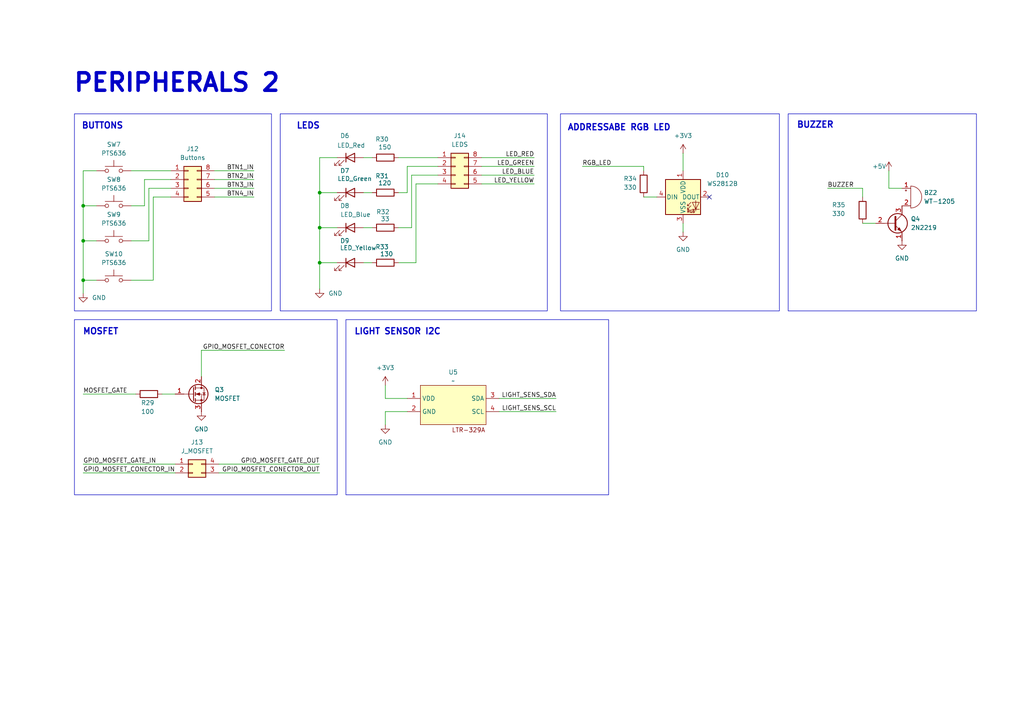
<source format=kicad_sch>
(kicad_sch (version 20250114) (generator "eeschema") (generator_version "9.0")
  (paper "A4")
  (title_block (title "EcoBoard") (company "EcoEnterprise"))
  (lib_symbols
    (symbol "Connector_Generic:Conn_02x02_Counter_Clockwise" (pin_names (offset 1.016) (hide yes))
      (property "Reference" "J" (at 1.27 2.54 0))
      (property "Value" "Conn_02x02_Counter_Clockwise" (at 1.27 -5.08 0))
      (symbol "Conn_02x02_Counter_Clockwise_1_1"
        (rectangle (start -1.27 1.27) (end 3.81 -3.81) (stroke (width 0.254)) (fill (type background)))
        (rectangle (start -1.27 0.127) (end 0 -0.127) (stroke (width 0.1524)))
        (rectangle (start -1.27 -2.413) (end 0 -2.667) (stroke (width 0.1524)))
        (rectangle (start 3.81 0.127) (end 2.54 -0.127) (stroke (width 0.1524)))
        (rectangle (start 3.81 -2.413) (end 2.54 -2.667) (stroke (width 0.1524)))
        (pin passive line (at -5.08 0 0) (length 3.81) (name "Pin_1") (number "1"))
        (pin passive line (at -5.08 -2.54 0) (length 3.81) (name "Pin_2") (number "2"))
        (pin passive line (at 7.62 0 180) (length 3.81) (name "Pin_4") (number "4"))
        (pin passive line (at 7.62 -2.54 180) (length 3.81) (name "Pin_3") (number "3"))
      )
    )
    (symbol "Connector_Generic:Conn_02x04_Counter_Clockwise" (pin_names (offset 1.016) (hide yes))
      (property "Reference" "J" (at 1.27 5.08 0))
      (property "Value" "Conn_02x04_Counter_Clockwise" (at 1.27 -7.62 0))
      (symbol "Conn_02x04_Counter_Clockwise_1_1"
        (rectangle (start -1.27 3.81) (end 3.81 -6.35) (stroke (width 0.254)) (fill (type background)))
        (rectangle (start -1.27 2.667) (end 0 2.413) (stroke (width 0.1524)))
        (rectangle (start -1.27 0.127) (end 0 -0.127) (stroke (width 0.1524)))
        (rectangle (start -1.27 -2.413) (end 0 -2.667) (stroke (width 0.1524)))
        (rectangle (start -1.27 -4.953) (end 0 -5.207) (stroke (width 0.1524)))
        (rectangle (start 3.81 2.667) (end 2.54 2.413) (stroke (width 0.1524)))
        (rectangle (start 3.81 0.127) (end 2.54 -0.127) (stroke (width 0.1524)))
        (rectangle (start 3.81 -2.413) (end 2.54 -2.667) (stroke (width 0.1524)))
        (rectangle (start 3.81 -4.953) (end 2.54 -5.207) (stroke (width 0.1524)))
        (pin passive line (at -5.08 2.54 0) (length 3.81) (name "Pin_1") (number "1"))
        (pin passive line (at -5.08 0 0) (length 3.81) (name "Pin_2") (number "2"))
        (pin passive line (at -5.08 -2.54 0) (length 3.81) (name "Pin_3") (number "3"))
        (pin passive line (at -5.08 -5.08 0) (length 3.81) (name "Pin_4") (number "4"))
        (pin passive line (at 7.62 2.54 180) (length 3.81) (name "Pin_8") (number "8"))
        (pin passive line (at 7.62 0 180) (length 3.81) (name "Pin_7") (number "7"))
        (pin passive line (at 7.62 -2.54 180) (length 3.81) (name "Pin_6") (number "6"))
        (pin passive line (at 7.62 -5.08 180) (length 3.81) (name "Pin_5") (number "5"))
      )
    )
    (symbol "Device:Buzzer" (pin_names (offset 0.0254) (hide yes))
      (property "Reference" "BZ" (at 3.81 1.27 0))
      (property "Value" "Buzzer" (at 3.81 -1.27 0))
      (symbol "Buzzer_0_1"
        (polyline (pts (xy -1.651 1.905) (xy -1.143 1.905)))
        (polyline (pts (xy -1.397 2.159) (xy -1.397 1.651)))
        (arc (start 0 3.175) (mid 3.1612 0) (end 0 -3.175))
        (polyline (pts (xy 0 3.175) (xy 0 -3.175)))
      )
      (symbol "Buzzer_1_1"
        (pin passive line (at -2.54 2.54 0) (length 2.54) (name "+") (number "1"))
        (pin passive line (at -2.54 -2.54 0) (length 2.54) (name "-") (number "2"))
      )
    )
    (symbol "Device:LED" (pin_numbers (hide yes)) (pin_names (offset 1.016) (hide yes))
      (property "Reference" "D" (at 0 2.54 0))
      (property "Value" "LED" (at 0 -2.54 0))
      (symbol "LED_0_1"
        (polyline (pts (xy -3.048 -0.762) (xy -4.572 -2.286) (xy -3.81 -2.286) (xy -4.572 -2.286) (xy -4.572 -1.524)))
        (polyline (pts (xy -1.778 -0.762) (xy -3.302 -2.286) (xy -2.54 -2.286) (xy -3.302 -2.286) (xy -3.302 -1.524)))
        (polyline (pts (xy -1.27 0) (xy 1.27 0)))
        (polyline (pts (xy -1.27 -1.27) (xy -1.27 1.27)) (stroke (width 0.254)))
        (polyline (pts (xy 1.27 -1.27) (xy 1.27 1.27) (xy -1.27 0) (xy 1.27 -1.27)) (stroke (width 0.254)))
      )
      (symbol "LED_1_1"
        (pin passive line (at -3.81 0 0) (length 2.54) (name "K") (number "1"))
        (pin passive line (at 3.81 0 180) (length 2.54) (name "A") (number "2"))
      )
    )
    (symbol "Device:R" (pin_numbers (hide yes)) (pin_names (offset 0))
      (property "Reference" "R" (at 2.032 0 90))
      (property "Value" "R" (at 0 0 90))
      (symbol "R_0_1"
        (rectangle (start -1.016 -2.54) (end 1.016 2.54) (stroke (width 0.254)))
      )
      (symbol "R_1_1"
        (pin passive line (at 0 3.81 270) (length 1.27) (name "~") (number "1"))
        (pin passive line (at 0 -3.81 90) (length 1.27) (name "~") (number "2"))
      )
    )
    (symbol "EcoDevkit:LTR-329ALS"
      (property "Reference" "U" (at -8.636 6.35 0))
      (symbol "LTR-329ALS_1_1"
        (rectangle (start -10.16 5.08) (end 8.89 -6.35) (fill (type background)))
        (text "LTR-329A" (at 3.81 -7.874 0) (effects (font (size 1.27 1.27))))
        (pin power_in line (at -13.97 1.27 0) (length 3.81) (name "VDD") (number "1"))
        (pin power_out line (at -13.97 -2.54 0) (length 3.81) (name "GND") (number "2"))
        (pin bidirectional line (at 12.7 1.27 180) (length 3.81) (name "SDA") (number "3"))
        (pin input line (at 12.7 -2.54 180) (length 3.81) (name "SCL") (number "4"))
      )
    )
    (symbol "LED:WS2812B" (pin_names (offset 0.254))
      (property "Reference" "D" (at 5.08 5.715 0))
      (property "Value" "WS2812B" (at 1.27 -5.715 0))
      (symbol "WS2812B_0_0"
        (text "RGB" (at 2.286 -4.191 0) (effects (font (size 0.762 0.762))))
      )
      (symbol "WS2812B_0_1"
        (polyline (pts (xy 1.27 -2.54) (xy 1.778 -2.54)))
        (polyline (pts (xy 1.27 -3.556) (xy 1.778 -3.556)))
        (polyline (pts (xy 2.286 -1.524) (xy 1.27 -2.54) (xy 1.27 -2.032)))
        (polyline (pts (xy 2.286 -2.54) (xy 1.27 -3.556) (xy 1.27 -3.048)))
        (polyline (pts (xy 3.683 -1.016) (xy 3.683 -3.556) (xy 3.683 -4.064)))
        (polyline (pts (xy 4.699 -1.524) (xy 2.667 -1.524) (xy 3.683 -3.556) (xy 4.699 -1.524)))
        (polyline (pts (xy 4.699 -3.556) (xy 2.667 -3.556)))
        (rectangle (start 5.08 5.08) (end -5.08 -5.08) (stroke (width 0.254)) (fill (type background)))
      )
      (symbol "WS2812B_1_1"
        (pin input line (at -7.62 0 0) (length 2.54) (name "DIN") (number "4"))
        (pin power_in line (at 0 7.62 270) (length 2.54) (name "VDD") (number "1"))
        (pin power_in line (at 0 -7.62 90) (length 2.54) (name "VSS") (number "3"))
        (pin output line (at 7.62 0 180) (length 2.54) (name "DOUT") (number "2"))
      )
    )
    (symbol "Switch:SW_Push" (pin_numbers (hide yes)) (pin_names (offset 1.016) (hide yes))
      (property "Reference" "SW" (at 1.27 2.54 0))
      (property "Value" "SW_Push" (at 0 -1.524 0))
      (symbol "SW_Push_0_1"
        (circle (center -2.032 0) (radius 0.508))
        (polyline (pts (xy 0 1.27) (xy 0 3.048)))
        (circle (center 2.032 0) (radius 0.508))
        (polyline (pts (xy 2.54 1.27) (xy -2.54 1.27)))
        (pin passive line (at -5.08 0 0) (length 2.54) (name "1") (number "1"))
        (pin passive line (at 5.08 0 180) (length 2.54) (name "2") (number "2"))
      )
    )
    (symbol "Transistor_BJT:2N2219" (pin_names (offset 0) (hide yes))
      (property "Reference" "Q" (at 5.08 1.905 0))
      (property "Value" "2N2219" (at 5.08 0 0))
      (symbol "2N2219_0_1"
        (polyline (pts (xy -2.54 0) (xy 0.635 0)))
        (polyline (pts (xy 0.635 1.905) (xy 0.635 -1.905)) (stroke (width 0.508)))
        (circle (center 1.27 0) (radius 2.8194) (stroke (width 0.254)))
      )
      (symbol "2N2219_1_1"
        (polyline (pts (xy 0.635 0.635) (xy 2.54 2.54)))
        (polyline (pts (xy 0.635 -0.635) (xy 2.54 -2.54)))
        (polyline (pts (xy 1.27 -1.778) (xy 1.778 -1.27) (xy 2.286 -2.286) (xy 1.27 -1.778)) (fill (type outline)))
        (pin input line (at -5.08 0 0) (length 2.54) (name "B") (number "2"))
        (pin passive line (at 2.54 5.08 270) (length 2.54) (name "C") (number "3"))
        (pin passive line (at 2.54 -5.08 90) (length 2.54) (name "E") (number "1"))
      )
    )
    (symbol "Transistor_FET:Q_NMOS_GDS" (pin_names (offset 0) (hide yes))
      (property "Reference" "Q" (at 5.08 1.905 0))
      (property "Value" "Q_NMOS_GDS" (at 5.08 0 0))
      (symbol "Q_NMOS_GDS_0_1"
        (polyline (pts (xy 0.254 1.905) (xy 0.254 -1.905)) (stroke (width 0.254)))
        (polyline (pts (xy 0.254 0) (xy -2.54 0)))
        (polyline (pts (xy 0.762 2.286) (xy 0.762 1.27)) (stroke (width 0.254)))
        (polyline (pts (xy 0.762 0.508) (xy 0.762 -0.508)) (stroke (width 0.254)))
        (polyline (pts (xy 0.762 -1.27) (xy 0.762 -2.286)) (stroke (width 0.254)))
        (polyline (pts (xy 0.762 -1.778) (xy 3.302 -1.778) (xy 3.302 1.778) (xy 0.762 1.778)))
        (polyline (pts (xy 1.016 0) (xy 2.032 0.381) (xy 2.032 -0.381) (xy 1.016 0)) (fill (type outline)))
        (circle (center 1.651 0) (radius 2.794) (stroke (width 0.254)))
        (polyline (pts (xy 2.54 2.54) (xy 2.54 1.778)))
        (circle (center 2.54 1.778) (radius 0.254) (fill (type outline)))
        (circle (center 2.54 -1.778) (radius 0.254) (fill (type outline)))
        (polyline (pts (xy 2.54 -2.54) (xy 2.54 0) (xy 0.762 0)))
        (polyline (pts (xy 2.921 0.381) (xy 3.683 0.381)))
        (polyline (pts (xy 3.302 0.381) (xy 2.921 -0.254) (xy 3.683 -0.254) (xy 3.302 0.381)))
      )
      (symbol "Q_NMOS_GDS_1_1"
        (pin input line (at -5.08 0 0) (length 2.54) (name "G") (number "1"))
        (pin passive line (at 2.54 5.08 270) (length 2.54) (name "D") (number "2"))
        (pin passive line (at 2.54 -5.08 90) (length 2.54) (name "S") (number "3"))
      )
    )
    (symbol "power:+3V3" (power) (pin_numbers (hide yes)) (pin_names (offset 0) (hide yes))
      (property "Value" "+3V3" (at 0 3.556 0))
      (symbol "+3V3_0_1"
        (polyline (pts (xy -0.762 1.27) (xy 0 2.54)))
        (polyline (pts (xy 0 2.54) (xy 0.762 1.27)))
        (polyline (pts (xy 0 0) (xy 0 2.54)))
      )
      (symbol "+3V3_1_1"
        (pin power_in line (at 0 0 90) (length 0) (name "~") (number "1"))
      )
    )
    (symbol "power:+5V" (power) (pin_numbers (hide yes)) (pin_names (offset 0) (hide yes))
      (property "Value" "+5V" (at 0 3.556 0))
      (symbol "+5V_0_1"
        (polyline (pts (xy -0.762 1.27) (xy 0 2.54)))
        (polyline (pts (xy 0 2.54) (xy 0.762 1.27)))
        (polyline (pts (xy 0 0) (xy 0 2.54)))
      )
      (symbol "+5V_1_1"
        (pin power_in line (at 0 0 90) (length 0) (name "~") (number "1"))
      )
    )
    (symbol "power:GND" (power) (pin_numbers (hide yes)) (pin_names (offset 0) (hide yes))
      (property "Value" "GND" (at 0 -3.81 0))
      (symbol "GND_0_1"
        (polyline (pts (xy 0 0) (xy 0 -1.27) (xy 1.27 -1.27) (xy 0 -2.54) (xy -1.27 -1.27) (xy 0 -1.27)))
      )
      (symbol "GND_1_1"
        (pin power_in line (at 0 0 270) (length 0) (name "~") (number "1"))
      )
    )
  )
  (rectangle (start 100.33 92.71) (end 176.53 143.51))
  (rectangle (start 81.28 33.02) (end 158.75 90.17))
  (rectangle (start 21.59 92.71) (end 97.79 143.51))
  (rectangle (start 162.56 33.02) (end 226.06 90.17))
  (rectangle (start 228.6 33.02) (end 283.21 90.17))
  (rectangle (start 21.59 33.02) (end 78.74 90.17))
  (text "LEDS" (at 89.408 36.576 0) (effects (font (size 1.778 1.778) (thickness 0.3556) (bold yes))))
  (text "BUTTONS" (at 29.718 36.576 0) (effects (font (size 1.778 1.778) (thickness 0.3556) (bold yes))))
  (text "PERIPHERALS 2" (at 51.308 24.13 0) (effects (font (size 5.08 5.08) (thickness 1.016) (bold yes))))
  (text "MOSFET" (at 29.21 96.266 0) (effects (font (size 1.778 1.778) (thickness 0.3556) (bold yes))))
  (text "ADDRESSABE RGB LED" (at 179.578 37.084 0) (effects (font (size 1.778 1.778) (thickness 0.3556) (bold yes))))
  (text "BUZZER" (at 236.474 36.322 0) (effects (font (size 1.778 1.778) (thickness 0.3556) (bold yes))))
  (text "LIGHT SENSOR I2C" (at 115.316 96.266 0) (effects (font (size 1.778 1.778) (thickness 0.3556) (bold yes))))
  (junction (at 24.13 81.28))
  (junction (at 92.71 76.2))
  (junction (at 24.13 69.85))
  (junction (at 92.71 55.88))
  (junction (at 24.13 59.69))
  (junction (at 92.71 66.04))
  (no_connect (at 205.74 57.15))
  (wire (pts (xy 43.18 69.85) (xy 43.18 54.61)))
  (wire (pts (xy 24.13 134.62) (xy 50.8 134.62)))
  (wire (pts (xy 250.19 54.61) (xy 250.19 57.15)))
  (wire (pts (xy 111.76 119.38) (xy 118.11 119.38)))
  (wire (pts (xy 107.95 66.04) (xy 105.41 66.04)))
  (wire (pts (xy 38.1 59.69) (xy 41.91 59.69)))
  (wire (pts (xy 118.11 55.88) (xy 115.57 55.88)))
  (wire (pts (xy 92.71 55.88) (xy 97.79 55.88)))
  (wire (pts (xy 240.03 54.61) (xy 250.19 54.61)))
  (wire (pts (xy 105.41 45.72) (xy 107.95 45.72)))
  (wire (pts (xy 118.11 48.26) (xy 118.11 55.88)))
  (wire (pts (xy 198.12 44.45) (xy 198.12 49.53)))
  (wire (pts (xy 168.91 48.26) (xy 186.69 48.26)))
  (wire (pts (xy 41.91 59.69) (xy 41.91 52.07)))
  (wire (pts (xy 105.41 76.2) (xy 107.95 76.2)))
  (wire (pts (xy 111.76 115.57) (xy 111.76 111.76)))
  (wire (pts (xy 24.13 49.53) (xy 24.13 59.69)))
  (wire (pts (xy 139.7 50.8) (xy 154.94 50.8)))
  (wire (pts (xy 261.62 54.61) (xy 257.81 54.61)))
  (wire (pts (xy 24.13 69.85) (xy 27.94 69.85)))
  (wire (pts (xy 92.71 66.04) (xy 92.71 55.88)))
  (wire (pts (xy 257.81 54.61) (xy 257.81 49.53)))
  (wire (pts (xy 44.45 81.28) (xy 44.45 57.15)))
  (wire (pts (xy 92.71 83.82) (xy 92.71 76.2)))
  (wire (pts (xy 105.41 55.88) (xy 107.95 55.88)))
  (wire (pts (xy 92.71 76.2) (xy 92.71 66.04)))
  (wire (pts (xy 118.11 115.57) (xy 111.76 115.57)))
  (wire (pts (xy 63.5 134.62) (xy 92.71 134.62)))
  (wire (pts (xy 24.13 81.28) (xy 27.94 81.28)))
  (wire (pts (xy 63.5 137.16) (xy 92.71 137.16)))
  (wire (pts (xy 46.99 114.3) (xy 50.8 114.3)))
  (wire (pts (xy 38.1 81.28) (xy 44.45 81.28)))
  (wire (pts (xy 120.65 53.34) (xy 120.65 76.2)))
  (wire (pts (xy 24.13 85.09) (xy 24.13 81.28)))
  (wire (pts (xy 139.7 45.72) (xy 154.94 45.72)))
  (wire (pts (xy 58.42 101.6) (xy 58.42 109.22)))
  (wire (pts (xy 119.38 50.8) (xy 127 50.8)))
  (wire (pts (xy 127 48.26) (xy 118.11 48.26)))
  (wire (pts (xy 186.69 57.15) (xy 190.5 57.15)))
  (wire (pts (xy 24.13 81.28) (xy 24.13 69.85)))
  (wire (pts (xy 27.94 59.69) (xy 24.13 59.69)))
  (wire (pts (xy 62.23 52.07) (xy 73.66 52.07)))
  (wire (pts (xy 62.23 54.61) (xy 73.66 54.61)))
  (wire (pts (xy 43.18 54.61) (xy 49.53 54.61)))
  (wire (pts (xy 144.78 115.57) (xy 161.29 115.57)))
  (wire (pts (xy 186.69 48.26) (xy 186.69 49.53)))
  (wire (pts (xy 44.45 57.15) (xy 49.53 57.15)))
  (wire (pts (xy 92.71 66.04) (xy 97.79 66.04)))
  (wire (pts (xy 119.38 66.04) (xy 119.38 50.8)))
  (wire (pts (xy 115.57 45.72) (xy 127 45.72)))
  (wire (pts (xy 62.23 49.53) (xy 73.66 49.53)))
  (wire (pts (xy 24.13 137.16) (xy 50.8 137.16)))
  (wire (pts (xy 38.1 49.53) (xy 49.53 49.53)))
  (wire (pts (xy 198.12 67.31) (xy 198.12 64.77)))
  (wire (pts (xy 92.71 76.2) (xy 97.79 76.2)))
  (wire (pts (xy 24.13 59.69) (xy 24.13 69.85)))
  (wire (pts (xy 111.76 123.19) (xy 111.76 119.38)))
  (wire (pts (xy 92.71 45.72) (xy 97.79 45.72)))
  (wire (pts (xy 27.94 49.53) (xy 24.13 49.53)))
  (wire (pts (xy 92.71 55.88) (xy 92.71 45.72)))
  (wire (pts (xy 115.57 66.04) (xy 119.38 66.04)))
  (wire (pts (xy 144.78 119.38) (xy 161.29 119.38)))
  (wire (pts (xy 38.1 69.85) (xy 43.18 69.85)))
  (wire (pts (xy 62.23 57.15) (xy 73.66 57.15)))
  (wire (pts (xy 41.91 52.07) (xy 49.53 52.07)))
  (wire (pts (xy 127 53.34) (xy 120.65 53.34)))
  (wire (pts (xy 120.65 76.2) (xy 115.57 76.2)))
  (wire (pts (xy 139.7 53.34) (xy 154.94 53.34)))
  (wire (pts (xy 139.7 48.26) (xy 154.94 48.26)))
  (wire (pts (xy 24.13 114.3) (xy 39.37 114.3)))
  (wire (pts (xy 82.55 101.6) (xy 58.42 101.6)))
  (wire (pts (xy 250.19 64.77) (xy 254 64.77)))
  (label "LIGHT_SENS_SDA" (at 161.29 115.57 180))
  (label "BUZZER" (at 240.03 54.61 0))
  (label "LED_YELLOW" (at 154.94 53.34 180))
  (label "GPIO_MOSFET_GATE_IN" (at 24.13 134.62 0))
  (label "LED_RED" (at 154.94 45.72 180))
  (label "LED_BLUE" (at 154.94 50.8 180))
  (label "BTN4_IN" (at 73.66 57.15 180))
  (label "GPIO_MOSFET_CONECTOR" (at 82.55 101.6 180))
  (label "GPIO_MOSFET_GATE_OUT" (at 92.71 134.62 180))
  (label "BTN2_IN" (at 73.66 52.07 180))
  (label "GPIO_MOSFET_CONECTOR_OUT" (at 92.71 137.16 180))
  (label "LIGHT_SENS_SCL" (at 161.29 119.38 180))
  (label "BTN3_IN" (at 73.66 54.61 180))
  (label "RGB_LED" (at 168.91 48.26 0))
  (label "MOSFET_GATE" (at 24.13 114.3 0))
  (label "LED_GREEN" (at 154.94 48.26 180))
  (label "BTN1_IN" (at 73.66 49.53 180))
  (label "GPIO_MOSFET_CONECTOR_IN" (at 24.13 137.16 0))
  (symbol (lib_id "power:GND") (at 24.13 85.09 0) (unit 1)
    (property "Reference" "#PWR028" (effects (hide yes)))
    (property "Value" "GND" (at 26.67 86.3599 0) (effects (justify left)))
    (property "Description" "Power symbol creates a global label with name \"GND\" , ground" (effects (hide yes)))
  )
  (symbol (lib_id "power:GND") (at 261.62 69.85 0) (unit 1)
    (property "Reference" "#PWR075" (effects (hide yes)))
    (property "Value" "GND" (at 261.62 74.93 0))
    (property "Description" "Power symbol creates a global label with name \"GND\" , ground" (effects (hide yes)))
  )
  (symbol (lib_id "Transistor_BJT:2N2219") (at 259.08 64.77 0) (unit 1)
    (property "Reference" "Q4" (at 264.16 63.4999 0) (effects (justify left)))
    (property "Value" "2N2219" (at 264.16 66.0399 0) (effects (justify left)))
    (property "Footprint" "Package_TO_SOT_THT:TO-39-3" (effects (hide yes)))
    (property "Datasheet" "http://www.onsemi.com/pub_link/Collateral/2N2219-D.PDF" (effects (hide yes)))
    (property "Description" "800mA Ic, 50V Vce, NPN Transistor, TO-39" (effects (hide yes)))
  )
  (symbol (lib_id "Device:R") (at 111.76 45.72 90) (unit 1)
    (property "Reference" "R30" (at 112.776 40.386 90) (effects (justify left)))
    (property "Value" "150" (at 113.538 42.672 90) (effects (justify left)))
    (property "Footprint" "Resistor_SMD:R_0402_1005Metric" (effects (hide yes)))
    (property "Description" "Resistor" (effects (hide yes)))
  )
  (symbol (lib_id "Device:LED") (at 101.6 55.88 0) (unit 1)
    (property "Reference" "D7" (at 100.0125 49.53 0))
    (property "Value" "LED_Green" (at 102.87 51.816 0))
    (property "Footprint" "LED_SMD:LED_1206_3216Metric" (effects (hide yes)))
    (property "Description" "Light emitting diode" (effects (hide yes)))
    (property "Sim.Pins" "1=K 2=A" (effects (hide yes)))
  )
  (symbol (lib_id "Switch:SW_Push") (at 33.02 69.85 0) (unit 1)
    (property "Reference" "SW9" (at 33.02 62.23 0))
    (property "Value" "PTS636" (at 33.02 64.77 0))
    (property "Footprint" "Button_Switch_SMD:SW_Tactile_SPST_NO_Straight_CK_PTS636Sx25SMTRLFS" (effects (hide yes)))
    (property "Datasheet" "https://www.digikey.com.br/en/products/detail/c-k/PTS636-SK43-SMTR-LFS/10071724" (effects (hide yes)))
    (property "Description" "Push button switch, generic, two pins" (effects (hide yes)))
    (property "MPN" "PTS636 SK43 SMTR LFS" (effects (hide yes)))
  )
  (symbol (lib_id "EcoDevkit:LTR-329ALS") (at 132.08 116.84 0) (unit 1)
    (property "Reference" "U5" (at 131.445 107.95 0))
    (property "Value" "~" (at 131.445 110.49 0))
  )
  (symbol (lib_id "Device:R") (at 111.76 55.88 90) (unit 1)
    (property "Reference" "R31" (at 112.776 51.054 90) (effects (justify left)))
    (property "Value" "120" (at 113.538 53.086 90) (effects (justify left)))
    (property "Footprint" "Resistor_SMD:R_0402_1005Metric" (effects (hide yes)))
    (property "Description" "Resistor" (effects (hide yes)))
  )
  (symbol (lib_id "Switch:SW_Push") (at 33.02 81.28 0) (unit 1)
    (property "Reference" "SW10" (at 33.02 73.66 0))
    (property "Value" "PTS636" (at 33.02 76.2 0))
    (property "Footprint" "Button_Switch_SMD:SW_Tactile_SPST_NO_Straight_CK_PTS636Sx25SMTRLFS" (effects (hide yes)))
    (property "Datasheet" "https://www.digikey.com.br/en/products/detail/c-k/PTS636-SK43-SMTR-LFS/10071724" (effects (hide yes)))
    (property "Description" "Push button switch, generic, two pins" (effects (hide yes)))
    (property "MPN" "PTS636 SK43 SMTR LFS" (effects (hide yes)))
  )
  (symbol (lib_id "Device:R") (at 186.69 53.34 0) (unit 1)
    (property "Reference" "R34" (at 180.848 51.816 0) (effects (justify left)))
    (property "Value" "330" (at 180.848 54.356 0) (effects (justify left)))
    (property "Footprint" "Resistor_SMD:R_0402_1005Metric" (effects (hide yes)))
    (property "Description" "Resistor" (effects (hide yes)))
  )
  (symbol (lib_id "Connector_Generic:Conn_02x02_Counter_Clockwise") (at 55.88 134.62 0) (unit 1)
    (property "Reference" "J13" (at 57.15 128.27 0))
    (property "Value" "J_MOSFET" (at 57.15 130.81 0))
    (property "Description" "Generic connector, double row, 02x02, counter clockwise pin numbering scheme (similar to DIP package numbering), script generated (kicad-library-utils/schlib/autogen/connector/)" (effects (hide yes)))
  )
  (symbol (lib_id "LED:WS2812B") (at 198.12 57.15 0) (unit 1)
    (property "Reference" "D10" (at 209.55 50.7298 0))
    (property "Value" "WS2812B" (at 209.55 53.2698 0))
    (property "Footprint" "LED_SMD:LED_WS2812B_PLCC4_5.0x5.0mm_P3.2mm" (effects (hide yes)))
    (property "Datasheet" "https://www.digikey.com.br/en/products/detail/sparkfun-electronics/16347/11630204" (effects (hide yes)))
    (property "Description" "RGB LED with integrated controller" (effects (hide yes)))
    (property "MPN" "16347" (effects (hide yes)))
  )
  (symbol (lib_id "Connector_Generic:Conn_02x04_Counter_Clockwise") (at 54.61 52.07 0) (unit 1)
    (property "Reference" "J12" (at 55.88 43.18 0))
    (property "Value" "Buttons" (at 55.88 45.72 0))
    (property "Footprint" "Connector_PinHeader_2.54mm:PinHeader_2x04_P2.54mm_Vertical" (effects (hide yes)))
    (property "Description" "Generic connector, double row, 02x04, counter clockwise pin numbering scheme (similar to DIP package numbering), script generated (kicad-library-utils/schlib/autogen/connector/)" (effects (hide yes)))
  )
  (symbol (lib_id "power:GND") (at 58.42 119.38 0) (unit 1)
    (property "Reference" "#PWR032" (effects (hide yes)))
    (property "Value" "GND" (at 58.42 124.46 0))
    (property "Description" "Power symbol creates a global label with name \"GND\" , ground" (effects (hide yes)))
  )
  (symbol (lib_id "Connector_Generic:Conn_02x04_Counter_Clockwise") (at 132.08 48.26 0) (unit 1)
    (property "Reference" "J14" (at 133.35 39.37 0))
    (property "Value" "LEDS" (at 133.35 41.91 0))
    (property "Footprint" "Connector_PinHeader_2.54mm:PinHeader_2x04_P2.54mm_Vertical" (effects (hide yes)))
    (property "Description" "Generic connector, double row, 02x04, counter clockwise pin numbering scheme (similar to DIP package numbering), script generated (kicad-library-utils/schlib/autogen/connector/)" (effects (hide yes)))
  )
  (symbol (lib_id "Device:R") (at 111.76 66.04 90) (unit 1)
    (property "Reference" "R32" (at 113.03 61.468 90) (effects (justify left)))
    (property "Value" "33" (at 113.03 63.5 90) (effects (justify left)))
    (property "Footprint" "Resistor_SMD:R_0402_1005Metric" (effects (hide yes)))
    (property "Description" "Resistor" (effects (hide yes)))
  )
  (symbol (lib_id "Device:LED") (at 101.6 66.04 0) (unit 1)
    (property "Reference" "D8" (at 100.0125 59.69 0))
    (property "Value" "LED_Blue" (at 103.124 62.23 0))
    (property "Footprint" "LED_SMD:LED_1206_3216Metric" (effects (hide yes)))
    (property "Description" "Light emitting diode" (effects (hide yes)))
    (property "Sim.Pins" "1=K 2=A" (effects (hide yes)))
  )
  (symbol (lib_id "power:+5V") (at 257.81 49.53 0) (unit 1)
    (property "Reference" "#PWR074" (effects (hide yes)))
    (property "Value" "+5V" (at 255.016 48.26 0))
    (property "Description" "Power symbol creates a global label with name \"+5V\"" (effects (hide yes)))
  )
  (symbol (lib_id "Transistor_FET:Q_NMOS_GDS") (at 55.88 114.3 0) (unit 1)
    (property "Reference" "Q3" (at 62.23 113.0299 0) (effects (justify left)))
    (property "Value" "MOSFET" (at 62.23 115.5699 0) (effects (justify left)))
    (property "Description" "N-MOSFET transistor, gate/drain/source" (effects (hide yes)))
  )
  (symbol (lib_id "Switch:SW_Push") (at 33.02 59.69 0) (unit 1)
    (property "Reference" "SW8" (at 33.02 52.07 0))
    (property "Value" "PTS636" (at 33.02 54.61 0))
    (property "Footprint" "Button_Switch_SMD:SW_Tactile_SPST_NO_Straight_CK_PTS636Sx25SMTRLFS" (effects (hide yes)))
    (property "Datasheet" "https://www.digikey.com.br/en/products/detail/c-k/PTS636-SK43-SMTR-LFS/10071724" (effects (hide yes)))
    (property "Description" "Push button switch, generic, two pins" (effects (hide yes)))
    (property "MPN" "PTS636 SK43 SMTR LFS" (effects (hide yes)))
  )
  (symbol (lib_id "Device:R") (at 111.76 76.2 90) (unit 1)
    (property "Reference" "R33" (at 112.776 71.628 90) (effects (justify left)))
    (property "Value" "130" (at 114.046 73.66 90) (effects (justify left)))
    (property "Footprint" "Resistor_SMD:R_0402_1005Metric" (effects (hide yes)))
    (property "Description" "Resistor" (effects (hide yes)))
  )
  (symbol (lib_id "power:+3V3") (at 198.12 44.45 0) (unit 1)
    (property "Reference" "#PWR072" (effects (hide yes)))
    (property "Value" "+3V3" (at 198.12 39.37 0))
    (property "Description" "Power symbol creates a global label with name \"+3V3\"" (effects (hide yes)))
  )
  (symbol (lib_id "Device:LED") (at 101.6 45.72 0) (unit 1)
    (property "Reference" "D6" (at 100.0125 39.37 0))
    (property "Value" "LED_Red" (at 101.854 42.164 0))
    (property "Footprint" "LED_SMD:LED_1206_3216Metric" (effects (hide yes)))
    (property "Description" "Light emitting diode" (effects (hide yes)))
    (property "Sim.Pins" "1=K 2=A" (effects (hide yes)))
  )
  (symbol (lib_id "Device:LED") (at 101.6 76.2 0) (unit 1)
    (property "Reference" "D9" (at 100.0125 69.85 0))
    (property "Value" "LED_Yellow" (at 103.886 71.882 0))
    (property "Footprint" "LED_SMD:LED_1206_3216Metric" (effects (hide yes)))
    (property "Description" "Light emitting diode" (effects (hide yes)))
    (property "Sim.Pins" "1=K 2=A" (effects (hide yes)))
  )
  (symbol (lib_id "Device:Buzzer") (at 264.16 57.15 0) (unit 1)
    (property "Reference" "BZ2" (at 267.97 55.8799 0) (effects (justify left)))
    (property "Value" "WT-1205" (at 267.97 58.4199 0) (effects (justify left)))
    (property "Footprint" "Buzzer_Beeper:Buzzer_12mm_P5.0mm_Vertical" (effects (hide yes)))
    (property "Datasheet" "https://www.digikey.com.br/en/products/detail/soberton-inc/WT-1205/479674" (effects (hide yes)))
    (property "Description" "Buzzer, polarized" (effects (hide yes)))
  )
  (symbol (lib_id "Device:R") (at 250.19 60.96 0) (unit 1)
    (property "Reference" "R35" (at 241.3 59.436 0) (effects (justify left)))
    (property "Value" "330" (at 241.3 61.976 0) (effects (justify left)))
    (property "Footprint" "Resistor_SMD:R_0402_1005Metric" (effects (hide yes)))
    (property "Description" "Resistor" (effects (hide yes)))
  )
  (symbol (lib_id "power:GND") (at 111.76 123.19 0) (unit 1)
    (property "Reference" "#PWR071" (effects (hide yes)))
    (property "Value" "GND" (at 111.76 128.27 0))
    (property "Description" "Power symbol creates a global label with name \"GND\" , ground" (effects (hide yes)))
  )
  (symbol (lib_id "power:+3V3") (at 111.76 111.76 0) (unit 1)
    (property "Reference" "#PWR070" (effects (hide yes)))
    (property "Value" "+3V3" (at 111.76 106.68 0))
    (property "Description" "Power symbol creates a global label with name \"+3V3\"" (effects (hide yes)))
  )
  (symbol (lib_id "Device:R") (at 43.18 114.3 90) (unit 1)
    (property "Reference" "R29" (at 40.894 116.84 90) (effects (justify right)))
    (property "Value" "100" (at 40.894 119.38 90) (effects (justify right)))
    (property "Footprint" "Resistor_SMD:R_0402_1005Metric" (effects (hide yes)))
    (property "Description" "Resistor" (effects (hide yes)))
  )
  (symbol (lib_id "Switch:SW_Push") (at 33.02 49.53 0) (unit 1)
    (property "Reference" "SW7" (at 33.02 41.91 0))
    (property "Value" "PTS636" (at 33.02 44.45 0))
    (property "Footprint" "Button_Switch_SMD:SW_Tactile_SPST_NO_Straight_CK_PTS636Sx25SMTRLFS" (effects (hide yes)))
    (property "Datasheet" "https://www.digikey.com.br/en/products/detail/c-k/PTS636-SK43-SMTR-LFS/10071724" (effects (hide yes)))
    (property "Description" "Push button switch, generic, two pins" (effects (hide yes)))
    (property "MPN" "PTS636 SK43 SMTR LFS" (effects (hide yes)))
  )
  (symbol (lib_id "power:GND") (at 198.12 67.31 0) (unit 1)
    (property "Reference" "#PWR073" (effects (hide yes)))
    (property "Value" "GND" (at 198.12 72.39 0))
    (property "Description" "Power symbol creates a global label with name \"GND\" , ground" (effects (hide yes)))
  )
  (symbol (lib_id "power:GND") (at 92.71 83.82 0) (unit 1)
    (property "Reference" "#PWR069" (effects (hide yes)))
    (property "Value" "GND" (at 95.25 85.0899 0) (effects (justify left)))
    (property "Description" "Power symbol creates a global label with name \"GND\" , ground" (effects (hide yes)))
  )
)
</source>
